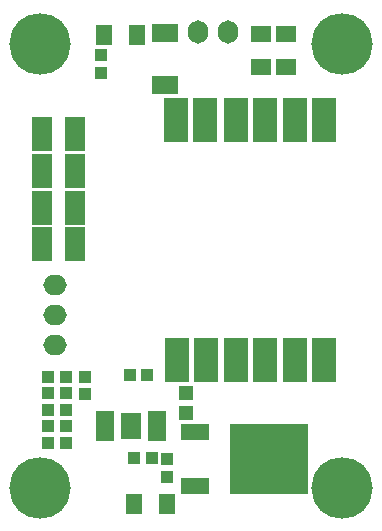
<source format=gbr>
G04 DipTrace 3.1.0.1*
G04 lt3757_nixie_power_supply_nosnub-route-5.TopMask.gbr*
%MOIN*%
G04 #@! TF.FileFunction,Soldermask,Top*
G04 #@! TF.Part,Single*
%ADD45O,0.078031X0.068031*%
%ADD47R,0.067087X0.086772*%
%ADD49R,0.06315X0.019843*%
%ADD51R,0.055276X0.071024*%
%ADD53C,0.204882*%
%ADD55R,0.26X0.236378*%
%ADD57R,0.094646X0.055276*%
%ADD59R,0.078898X0.145827*%
%ADD61O,0.068031X0.078031*%
%ADD63R,0.086772X0.06315*%
%ADD65R,0.047402X0.051339*%
%ADD67R,0.071024X0.055276*%
%ADD69R,0.071024X0.114331*%
%ADD71R,0.039528X0.039528*%
%FSLAX26Y26*%
G04*
G70*
G90*
G75*
G01*
G04 TopMask*
%LPD*%
D71*
X547559Y724724D3*
X606614D3*
D69*
X527874Y1331024D3*
X638110D3*
X527874Y1453071D3*
X638110D3*
X527874Y1575118D3*
X638110D3*
X527874Y1697165D3*
X638110D3*
D67*
X1338898Y1921575D3*
Y2031811D3*
X1256220Y1921575D3*
Y2031811D3*
D71*
X834961Y618425D3*
X894016D3*
X547559Y834961D3*
X606614D3*
X547559Y890079D3*
X606614D3*
D65*
X1008189Y834961D3*
Y768031D3*
D63*
X937323Y2035748D3*
Y1862520D3*
D61*
X1145984Y2039685D3*
X1045984D3*
D59*
X976339Y945079D3*
X1074764D3*
X1173189D3*
X1271614D3*
X1370039D3*
X1468465D3*
Y1744291D3*
X1370039D3*
X1271614D3*
X1173189D3*
X1070827D3*
X972402D3*
D57*
X1035748Y705039D3*
D55*
X1283780Y614488D3*
D57*
X1035748Y523937D3*
D53*
X520000Y2000315D3*
X1527874D3*
X520000Y520000D3*
X1527874D3*
D71*
X547559Y669606D3*
X606614D3*
D51*
X732598Y2027874D3*
X842835D3*
D71*
X547559Y779843D3*
X606614D3*
D51*
X834961Y464882D3*
X945197D3*
D71*
Y614488D3*
Y555433D3*
X669606Y831024D3*
Y890079D3*
X724724Y1901890D3*
Y1960945D3*
X878268Y894016D3*
X819213D3*
D49*
X736535Y764094D3*
Y744409D3*
Y724724D3*
Y705039D3*
Y685354D3*
X909764D3*
Y705039D3*
Y724724D3*
Y744409D3*
Y764094D3*
D47*
X823150Y724724D3*
D45*
X571181Y1094803D3*
Y994803D3*
Y1194803D3*
M02*

</source>
